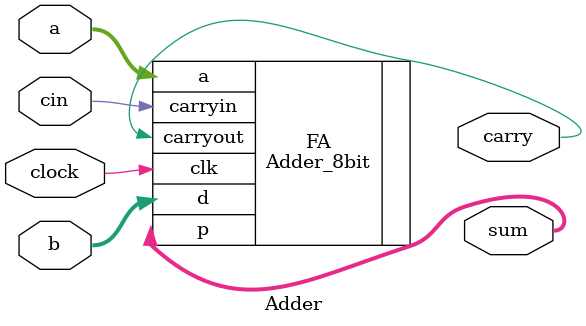
<source format=v>
`timescale 1ns / 1ps
module Testing_5(a, b, cin, clock, sum, carry);
input [31:0] a, b;
input clock;
input cin;
output [31:0] sum;
output carry;

wire c8, c16, c24;

Adder LHA_1 (  a[7:0],   b[7:0],  cin, clock, sum[7:0],  c8);
Adder LHA_2 ( a[15:8],  b[15:8],  c8, clock, sum[15:8], c16);
Adder LHA_3 (a[23:16], b[23:16], c16, clock, sum[23:16], c24);
Adder LHA_4 (a[31:24], b[31:24], c24, clock, sum[31:24], carry );

endmodule


module Adder(a, b, cin, clock, sum, carry);
input [7:0] a, b;
input clock;
input cin;
output [7:0] sum;
output carry;

Adder_8bit FA (.clk(clock), .carryin(cin),.a(a),  .d(b),  .carryout(carry), .p(sum)); // Bus [7 : 0] 

endmodule 
</source>
